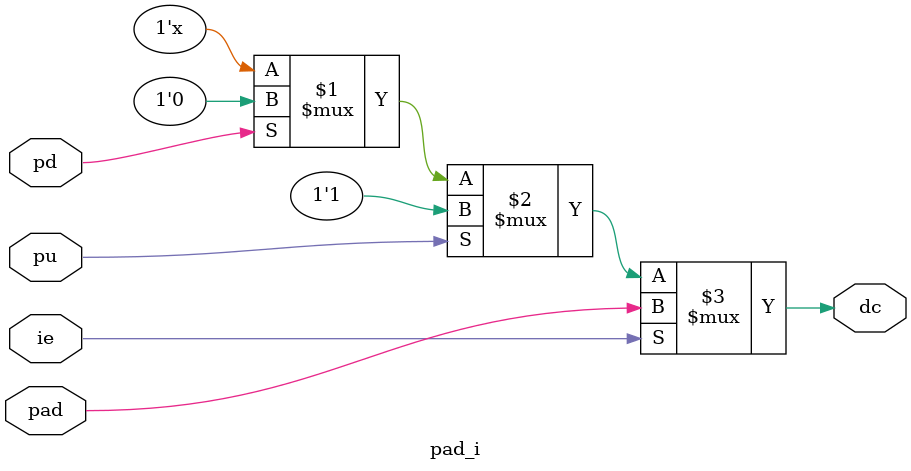
<source format=v>
module pad_i (pad, dc, ie, pu, pd);
input pad;
output dc;
input ie, pu, pd;
`ifdef SMIC55

//Input&Inout
wire        POC = 1'd1;
wire        VDDAON_OK_HV = 1'd1;
wire        IOLATCH_HV = 1'd1;
wire        DS_HV = 1'd0;
wire        DI = 1'b0;
wire        OE = 1'b0;
wire        IE = ie;
wire        IS = 1'd0;
wire        PE = 1'd1;
wire        PS = 1'd1;
wire  [1:0] DR = 2'd2;
//Output
wire       DC;

GPIO1RT_33_5T_XR
u_io
(
//Input&Inout
 . POC ( POC ),
 . VDDAON_OK_HV ( VDDAON_OK_HV ),
 . IOLATCH_HV ( IOLATCH_HV ),
 . DS_HV ( DS_HV ),
 . DI ( DI ),
 . OE ( OE ),
 . IE ( IE ),
 . IS ( IS ),
 . PE ( PE ),
 . PS ( PS ),
 . DR ( DR ),
 . YAR (),
 . YA (),
 . PAD (pad),
//Output
 . DC (dc)
);

`elsif SAED32

I1025_NS u_i (.PADIO(pad),.R_EN(ie),.DOUT(dc));
`else 
assign dc = ie ? pad : pu ? 1'b1 : pd ? 1'b0 : 1'bz;
`endif
endmodule

</source>
